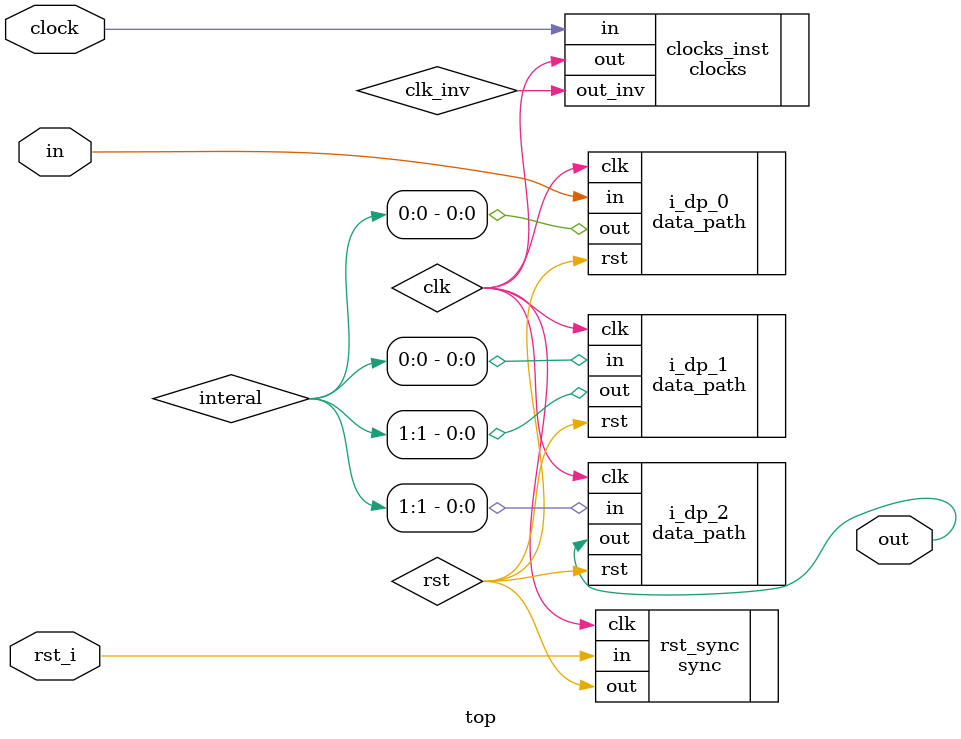
<source format=sv>

module top (
  input clock,
  input rst_i,
  input in,
  output out
);

  wire clk, clk_inv, rst;
  wire [1:0] interal;

  sync rst_sync(
    .clk(clk),
    .in(rst_i),
    .out(rst)
  );

  clocks clocks_inst (
     .out(clk),
     .out_inv(clk_inv),
     .in(clock)
  );

  data_path #(
    .DATA_DEPTH(10),
    .COMB_DEPTH(6)
  ) i_dp_0 (
    .clk(clk),
    .rst(rst),
    .in(in),
    .out(interal[0])
  );

  data_path #(
    .DATA_DEPTH(1),
    .COMB_DEPTH(26)
  ) i_dp_1 (
    .clk(clk),
    //.clk(clk),
    .rst(rst),
    .in(interal[0]),
    .out(interal[1])
  );

  data_path #(
    .DATA_DEPTH(10),
    .COMB_DEPTH(4)
  ) i_dp_2 (
    .clk(clk),
    .rst(rst),
    .in(interal[1]),
    .out(out)
  );

endmodule


</source>
